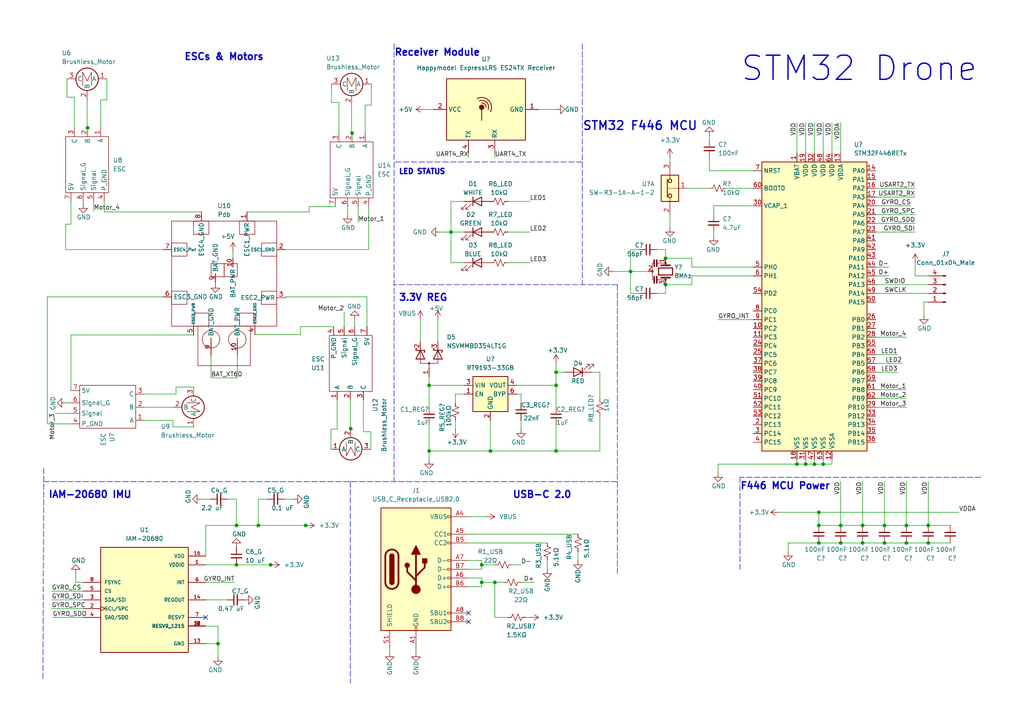
<source format=kicad_sch>
(kicad_sch (version 20211123) (generator eeschema)
  (paper "A4")
  (lib_symbols
    (symbol "Analog_Switch:DG309xJ" (pin_names (offset 0.254))
      (property "Reference" "U" (at -3.175 5.334 0))
      (property "Value" "DG309xJ" (at -3.175 3.556 0))
      (symbol "DG309xJ_1_1"
        (pin input line (at 0 -5.08 90) (length 2.54) (name "~") (number "1"))
        (pin passive line (at -7.62 0 0) (length 2.54) (name "~") (number "2"))
        (pin passive line (at 7.62 0 180) (length 2.54) (name "~") (number "3"))
      )
      (symbol "DG309xJ_2_1"
        (pin passive line (at -7.62 0 0) (length 2.54) (name "~") (number "6"))
        (pin passive line (at 7.62 0 180) (length 2.54) (name "~") (number "7"))
        (pin input line (at 0 -5.08 90) (length 2.54) (name "~") (number "8"))
      )
      (symbol "DG309xJ_3_1"
        (pin passive line (at -7.62 0 0) (length 2.54) (name "~") (number "10"))
        (pin passive line (at 7.62 0 180) (length 2.54) (name "~") (number "11"))
        (pin input line (at 0 -5.08 90) (length 2.54) (name "~") (number "9"))
      )
      (symbol "DG309xJ_4_1"
        (pin passive line (at 7.62 0 180) (length 2.54) (name "~") (number "14"))
        (pin passive line (at -7.62 0 0) (length 2.54) (name "~") (number "15"))
        (pin input line (at 0 -5.08 90) (length 2.54) (name "~") (number "16"))
      )
      (symbol "DG309xJ_5_0"
        (pin no_connect line (at 2.54 10.16 270) (length 2.54) hide (name "NC") (number "12"))
        (pin power_in line (at 0 12.7 270) (length 2.54) (name "V+") (number "13"))
        (pin power_in line (at 2.54 -12.7 90) (length 2.54) (name "V-") (number "4"))
        (pin power_in line (at 0 -12.7 90) (length 2.54) (name "GND") (number "5"))
      )
    )
    (symbol "Connector:Conn_01x04_Male" (pin_names (offset 1.016) hide)
      (property "Reference" "J" (at 0 5.08 0))
      (property "Value" "Conn_01x04_Male" (at 0 -7.62 0))
      (symbol "Conn_01x04_Male_1_1"
        (pin passive line (at 5.08 2.54 180) (length 3.81) (name "Pin_1") (number "1"))
        (pin passive line (at 5.08 0 180) (length 3.81) (name "Pin_2") (number "2"))
        (pin passive line (at 5.08 -2.54 180) (length 3.81) (name "Pin_3") (number "3"))
        (pin passive line (at 5.08 -5.08 180) (length 3.81) (name "Pin_4") (number "4"))
      )
    )
    (symbol "Connector:USB_C_Receptacle_USB2.0" (pin_names (offset 1.016))
      (property "Reference" "J" (at -10.16 19.05 0))
      (property "Value" "USB_C_Receptacle_USB2.0" (at 19.05 19.05 0))
      (symbol "USB_C_Receptacle_USB2.0_1_1"
        (pin passive line (at 0 -22.86 90) (length 5.08) (name "GND") (number "A1"))
        (pin passive line (at 0 -22.86 90) (length 5.08) hide (name "GND") (number "A12"))
        (pin passive line (at 15.24 15.24 180) (length 5.08) (name "VBUS") (number "A4"))
        (pin bidirectional line (at 15.24 10.16 180) (length 5.08) (name "CC1") (number "A5"))
        (pin bidirectional line (at 15.24 -2.54 180) (length 5.08) (name "D+") (number "A6"))
        (pin bidirectional line (at 15.24 2.54 180) (length 5.08) (name "D-") (number "A7"))
        (pin bidirectional line (at 15.24 -12.7 180) (length 5.08) (name "SBU1") (number "A8"))
        (pin passive line (at 15.24 15.24 180) (length 5.08) hide (name "VBUS") (number "A9"))
        (pin passive line (at 0 -22.86 90) (length 5.08) hide (name "GND") (number "B1"))
        (pin passive line (at 0 -22.86 90) (length 5.08) hide (name "GND") (number "B12"))
        (pin passive line (at 15.24 15.24 180) (length 5.08) hide (name "VBUS") (number "B4"))
        (pin bidirectional line (at 15.24 7.62 180) (length 5.08) (name "CC2") (number "B5"))
        (pin bidirectional line (at 15.24 -5.08 180) (length 5.08) (name "D+") (number "B6"))
        (pin bidirectional line (at 15.24 0 180) (length 5.08) (name "D-") (number "B7"))
        (pin bidirectional line (at 15.24 -15.24 180) (length 5.08) (name "SBU2") (number "B8"))
        (pin passive line (at 15.24 15.24 180) (length 5.08) hide (name "VBUS") (number "B9"))
        (pin passive line (at -7.62 -22.86 90) (length 5.08) (name "SHIELD") (number "S1"))
      )
    )
    (symbol "Device:C_Small" (pin_numbers hide) (pin_names (offset 0.254) hide)
      (property "Reference" "C" (at 0.254 1.778 0))
      (property "Value" "C_Small" (at 0.254 -2.032 0))
      (symbol "C_Small_1_1"
        (pin passive line (at 0 2.54 270) (length 2.032) (name "~") (number "1"))
        (pin passive line (at 0 -2.54 90) (length 2.032) (name "~") (number "2"))
      )
    )
    (symbol "Device:D_Schottky_Dual_CommonAnode_AKK_Parallel" (pin_names (offset 0.762) hide)
      (property "Reference" "D" (at 0 5.08 0))
      (property "Value" "D_Schottky_Dual_CommonAnode_AKK_Parallel" (at 0 -5.08 0))
      (symbol "D_Schottky_Dual_CommonAnode_AKK_Parallel_0_1"
        (pin passive line (at -5.08 0 0) (length 2.54) (name "A") (number "1"))
        (pin passive line (at 5.08 2.54 180) (length 2.54) (name "K") (number "2"))
        (pin passive line (at 5.08 -2.54 180) (length 2.54) (name "K") (number "3"))
      )
    )
    (symbol "Device:LED" (pin_numbers hide) (pin_names (offset 1.016) hide)
      (property "Reference" "D" (at 0 2.54 0))
      (property "Value" "LED" (at 0 -2.54 0))
      (symbol "LED_1_1"
        (pin passive line (at -3.81 0 0) (length 2.54) (name "K") (number "1"))
        (pin passive line (at 3.81 0 180) (length 2.54) (name "A") (number "2"))
      )
    )
    (symbol "Device:R_Small_US" (pin_numbers hide) (pin_names (offset 0.254) hide)
      (property "Reference" "R" (at 0.762 0.508 0))
      (property "Value" "R_Small_US" (at 0.762 -1.016 0))
      (symbol "R_Small_US_1_1"
        (pin passive line (at 0 2.54 270) (length 1.016) (name "~") (number "1"))
        (pin passive line (at 0 -2.54 90) (length 1.016) (name "~") (number "2"))
      )
    )
    (symbol "Device:Resonator" (pin_names (offset 1.016) hide)
      (property "Reference" "Y" (at 0 5.715 0))
      (property "Value" "Resonator" (at 0 3.81 0))
      (symbol "Resonator_1_1"
        (pin passive line (at -3.81 0 0) (length 1.27) (name "1") (number "1"))
        (pin passive line (at 0 -5.08 90) (length 1.27) (name "2") (number "2"))
        (pin passive line (at 3.81 0 180) (length 1.27) (name "3") (number "3"))
      )
    )
    (symbol "IAM-20680 V2:IAM-20680" (pin_names (offset 1.016))
      (property "Reference" "U" (at -12.7254 15.9258 0))
      (property "Value" "IAM-20680" (at -12.7508 -17.8308 0))
      (symbol "IAM-20680_0_0"
        (pin power_in line (at 17.78 10.16 180) (length 5.08) (name "VDDIO") (number "1"))
        (pin passive line (at 17.78 -7.62 180) (length 5.08) (name "RESV9_1215") (number "10"))
        (pin passive line (at 17.78 -7.62 180) (length 5.08) (name "RESV9_1215") (number "11"))
        (pin passive line (at 17.78 -7.62 180) (length 5.08) (name "RESV9_1215") (number "12"))
        (pin power_in line (at 17.78 -12.7 180) (length 5.08) (name "GND") (number "13"))
        (pin passive line (at 17.78 0 180) (length 5.08) (name "REGOUT") (number "14"))
        (pin passive line (at 17.78 -7.62 180) (length 5.08) (name "RESV9_1215") (number "15"))
        (pin power_in line (at 17.78 12.7 180) (length 5.08) (name "VDD") (number "16"))
        (pin bidirectional clock (at -17.78 -2.54 0) (length 5.08) (name "SCL/SPC") (number "2"))
        (pin input line (at -17.78 0 0) (length 5.08) (name "SDA/SDI") (number "3"))
        (pin output line (at -17.78 -5.08 0) (length 5.08) (name "SA0/SDO") (number "4"))
        (pin input line (at -17.78 2.54 0) (length 5.08) (name "CS") (number "5"))
        (pin output line (at 17.78 5.08 180) (length 5.08) (name "INT") (number "6"))
        (pin passive line (at 17.78 -5.08 180) (length 5.08) (name "RESV7") (number "7"))
        (pin input line (at -17.78 5.08 0) (length 5.08) (name "FSYNC") (number "8"))
        (pin passive line (at 17.78 -7.62 180) (length 5.08) (name "RESV9_1215") (number "9"))
      )
    )
    (symbol "MCU_ST_STM32F4:STM32F446RETx"
      (property "Reference" "U" (at -15.24 41.91 0))
      (property "Value" "STM32F446RETx" (at 10.16 41.91 0))
      (symbol "STM32F446RETx_1_1"
        (pin power_in line (at -5.08 43.18 270) (length 2.54) (name "VBAT") (number "1"))
        (pin bidirectional line (at -17.78 -7.62 0) (length 2.54) (name "PC2") (number "10"))
        (pin bidirectional line (at -17.78 -10.16 0) (length 2.54) (name "PC3") (number "11"))
        (pin power_in line (at 5.08 -45.72 90) (length 2.54) (name "VSSA") (number "12"))
        (pin power_in line (at 7.62 43.18 270) (length 2.54) (name "VDDA") (number "13"))
        (pin bidirectional line (at 17.78 38.1 180) (length 2.54) (name "PA0") (number "14"))
        (pin bidirectional line (at 17.78 35.56 180) (length 2.54) (name "PA1") (number "15"))
        (pin bidirectional line (at 17.78 33.02 180) (length 2.54) (name "PA2") (number "16"))
        (pin bidirectional line (at 17.78 30.48 180) (length 2.54) (name "PA3") (number "17"))
        (pin power_in line (at -5.08 -45.72 90) (length 2.54) (name "VSS") (number "18"))
        (pin power_in line (at -2.54 43.18 270) (length 2.54) (name "VDD") (number "19"))
        (pin bidirectional line (at -17.78 -35.56 0) (length 2.54) (name "PC13") (number "2"))
        (pin bidirectional line (at 17.78 27.94 180) (length 2.54) (name "PA4") (number "20"))
        (pin bidirectional line (at 17.78 25.4 180) (length 2.54) (name "PA5") (number "21"))
        (pin bidirectional line (at 17.78 22.86 180) (length 2.54) (name "PA6") (number "22"))
        (pin bidirectional line (at 17.78 20.32 180) (length 2.54) (name "PA7") (number "23"))
        (pin bidirectional line (at -17.78 -12.7 0) (length 2.54) (name "PC4") (number "24"))
        (pin bidirectional line (at -17.78 -15.24 0) (length 2.54) (name "PC5") (number "25"))
        (pin bidirectional line (at 17.78 -5.08 180) (length 2.54) (name "PB0") (number "26"))
        (pin bidirectional line (at 17.78 -7.62 180) (length 2.54) (name "PB1") (number "27"))
        (pin bidirectional line (at 17.78 -10.16 180) (length 2.54) (name "PB2") (number "28"))
        (pin bidirectional line (at 17.78 -30.48 180) (length 2.54) (name "PB10") (number "29"))
        (pin bidirectional line (at -17.78 -38.1 0) (length 2.54) (name "PC14") (number "3"))
        (pin power_in line (at -17.78 27.94 0) (length 2.54) (name "VCAP_1") (number "30"))
        (pin power_in line (at -2.54 -45.72 90) (length 2.54) (name "VSS") (number "31"))
        (pin power_in line (at 0 43.18 270) (length 2.54) (name "VDD") (number "32"))
        (pin bidirectional line (at 17.78 -33.02 180) (length 2.54) (name "PB12") (number "33"))
        (pin bidirectional line (at 17.78 -35.56 180) (length 2.54) (name "PB13") (number "34"))
        (pin bidirectional line (at 17.78 -38.1 180) (length 2.54) (name "PB14") (number "35"))
        (pin bidirectional line (at 17.78 -40.64 180) (length 2.54) (name "PB15") (number "36"))
        (pin bidirectional line (at -17.78 -17.78 0) (length 2.54) (name "PC6") (number "37"))
        (pin bidirectional line (at -17.78 -20.32 0) (length 2.54) (name "PC7") (number "38"))
        (pin bidirectional line (at -17.78 -22.86 0) (length 2.54) (name "PC8") (number "39"))
        (pin bidirectional line (at -17.78 -40.64 0) (length 2.54) (name "PC15") (number "4"))
        (pin bidirectional line (at -17.78 -25.4 0) (length 2.54) (name "PC9") (number "40"))
        (pin bidirectional line (at 17.78 17.78 180) (length 2.54) (name "PA8") (number "41"))
        (pin bidirectional line (at 17.78 15.24 180) (length 2.54) (name "PA9") (number "42"))
        (pin bidirectional line (at 17.78 12.7 180) (length 2.54) (name "PA10") (number "43"))
        (pin bidirectional line (at 17.78 10.16 180) (length 2.54) (name "PA11") (number "44"))
        (pin bidirectional line (at 17.78 7.62 180) (length 2.54) (name "PA12") (number "45"))
        (pin bidirectional line (at 17.78 5.08 180) (length 2.54) (name "PA13") (number "46"))
        (pin power_in line (at 0 -45.72 90) (length 2.54) (name "VSS") (number "47"))
        (pin power_in line (at 2.54 43.18 270) (length 2.54) (name "VDD") (number "48"))
        (pin bidirectional line (at 17.78 2.54 180) (length 2.54) (name "PA14") (number "49"))
        (pin input line (at -17.78 10.16 0) (length 2.54) (name "PH0") (number "5"))
        (pin bidirectional line (at 17.78 0 180) (length 2.54) (name "PA15") (number "50"))
        (pin bidirectional line (at -17.78 -27.94 0) (length 2.54) (name "PC10") (number "51"))
        (pin bidirectional line (at -17.78 -30.48 0) (length 2.54) (name "PC11") (number "52"))
        (pin bidirectional line (at -17.78 -33.02 0) (length 2.54) (name "PC12") (number "53"))
        (pin bidirectional line (at -17.78 2.54 0) (length 2.54) (name "PD2") (number "54"))
        (pin bidirectional line (at 17.78 -12.7 180) (length 2.54) (name "PB3") (number "55"))
        (pin bidirectional line (at 17.78 -15.24 180) (length 2.54) (name "PB4") (number "56"))
        (pin bidirectional line (at 17.78 -17.78 180) (length 2.54) (name "PB5") (number "57"))
        (pin bidirectional line (at 17.78 -20.32 180) (length 2.54) (name "PB6") (number "58"))
        (pin bidirectional line (at 17.78 -22.86 180) (length 2.54) (name "PB7") (number "59"))
        (pin input line (at -17.78 7.62 0) (length 2.54) (name "PH1") (number "6"))
        (pin input line (at -17.78 33.02 0) (length 2.54) (name "BOOT0") (number "60"))
        (pin bidirectional line (at 17.78 -25.4 180) (length 2.54) (name "PB8") (number "61"))
        (pin bidirectional line (at 17.78 -27.94 180) (length 2.54) (name "PB9") (number "62"))
        (pin power_in line (at 2.54 -45.72 90) (length 2.54) (name "VSS") (number "63"))
        (pin power_in line (at 5.08 43.18 270) (length 2.54) (name "VDD") (number "64"))
        (pin input line (at -17.78 38.1 0) (length 2.54) (name "NRST") (number "7"))
        (pin bidirectional line (at -17.78 -2.54 0) (length 2.54) (name "PC0") (number "8"))
        (pin bidirectional line (at -17.78 -5.08 0) (length 2.54) (name "PC1") (number "9"))
      )
    )
    (symbol "Motor:Brushless_Motor"
      (property "Reference" "U" (at 0 1.27 0))
      (property "Value" "Brushless_Motor" (at 0 0 0))
      (symbol "Brushless_Motor_1_1"
        (pin output line (at 5.715 -4.445 180) (length 2.54) (name "A") (number "1"))
        (pin output line (at 0 -10.414 90) (length 2.54) (name "B") (number "2"))
        (pin output line (at -5.842 -4.445 0) (length 2.54) (name "C") (number "3"))
      )
    )
    (symbol "Motor:ESC"
      (property "Reference" "U" (at 0 1.524 0))
      (property "Value" "ESC" (at 0 0 0))
      (symbol "ESC_1_1"
        (pin input line (at -10.16 -3.556 0) (length 2.54) (name "A") (number "1"))
        (pin input line (at -10.16 -7.366 0) (length 2.54) (name "B") (number "2"))
        (pin input line (at -10.16 -11.176 0) (length 2.54) (name "C") (number "3"))
        (pin output line (at 11.176 -2.54 180) (length 2.54) (name "P_GND") (number "4"))
        (pin output line (at 11.176 -5.588 180) (length 2.54) (name "Signal") (number "5"))
        (pin output line (at 11.176 -8.636 180) (length 2.54) (name "Signal_G") (number "6"))
        (pin output line (at 11.176 -12.192 180) (length 2.54) (name "5V") (number "7"))
      )
    )
    (symbol "Motor:Pdb"
      (property "Reference" "U" (at 0 1.778 0))
      (property "Value" "Pdb" (at 0 0 0))
      (symbol "Pdb_1_1"
        (pin input line (at 6.604 0.762 270) (length 2.54) (name "ESC1_PWR") (number "1"))
        (pin input line (at 2.54 -12.7 270) (length 2.54) (name "BAT_PWR") (number "10"))
        (pin input line (at 3.81 -40.894 90) (length 5.08) (name "BAT_PWR") (number "10"))
        (pin input line (at 17.78 -10.16 180) (length 2.54) (name "ESC1_GND") (number "2"))
        (pin input line (at 17.78 -24.13 180) (length 2.54) (name "ESC2_PWR") (number "3"))
        (pin input line (at 8.89 -34.798 90) (length 2.54) (name "ESC2_GND") (number "4"))
        (pin input line (at -8.89 -34.925 90) (length 2.54) (name "ESC3_PWR") (number "5"))
        (pin input line (at -17.78 -23.876 0) (length 2.54) (name "ESC3_GND") (number "6"))
        (pin input line (at -17.78 -10.16 0) (length 2.54) (name "ESC4_Pwr") (number "7"))
        (pin input line (at -6.604 0.762 270) (length 2.54) (name "ESC4_GND") (number "8"))
        (pin input line (at -3.81 -40.894 90) (length 5.08) (name "BAT_GND") (number "9"))
        (pin input line (at -2.54 -19.685 90) (length 2.54) (name "BAT_GND") (number "9"))
      )
    )
    (symbol "RF:Receiver"
      (property "Reference" "U" (at 0 1.27 0))
      (property "Value" "Receiver" (at 0 0 0))
      (symbol "Receiver_1_1"
        (pin power_in line (at 0 -31.75 90) (length 3.81) (name "GND") (number "1"))
        (pin power_in line (at 0 -1.27 270) (length 3.81) (name "VCC") (number "2"))
        (pin input line (at -12.7 -19.05 0) (length 3.81) (name "RX") (number "3"))
        (pin input line (at -12.7 -11.43 0) (length 3.81) (name "TX") (number "4"))
      )
    )
    (symbol "Regulator_Linear:MIC5353-3.3YMT"
      (property "Reference" "U" (at -3.81 6.35 0))
      (property "Value" "MIC5353-3.3YMT" (at 8.89 6.35 0))
      (symbol "MIC5353-3.3YMT_0_1"
        (pin input line (at -7.62 0 0) (length 2.54) (name "EN") (number "1"))
        (pin power_in line (at 0 -7.62 90) (length 2.54) (name "GND") (number "2"))
        (pin power_in line (at -7.62 2.54 0) (length 2.54) (name "VIN") (number "3"))
        (pin power_out line (at 7.62 2.54 180) (length 2.54) (name "VOUT") (number "4"))
        (pin no_connect line (at 5.08 -2.54 180) (length 2.54) hide (name "NC") (number "5"))
        (pin passive line (at 7.62 0 180) (length 2.54) (name "BYP") (number "6"))
        (pin passive line (at 0 -7.62 90) (length 2.54) hide (name "GND") (number "7"))
      )
    )
    (symbol "power:+3.3V" (power) (pin_names (offset 0))
      (property "Value" "+3.3V" (at 0 3.556 0))
      (symbol "+3.3V_1_1"
        (pin power_in line (at 0 0 90) (length 0) hide (name "+3.3V") (number "1"))
      )
    )
    (symbol "power:+5V" (power) (pin_names (offset 0))
      (property "Value" "+5V" (at 0 3.556 0))
      (symbol "+5V_1_1"
        (pin power_in line (at 0 0 90) (length 0) hide (name "+5V") (number "1"))
      )
    )
    (symbol "power:GND" (power) (pin_names (offset 0))
      (property "Value" "GND" (at 0 -3.81 0))
      (symbol "GND_1_1"
        (pin power_in line (at 0 0 270) (length 0) hide (name "GND") (number "1"))
      )
    )
    (symbol "power:VBUS" (power) (pin_names (offset 0))
      (property "Value" "VBUS" (at 0 3.81 0))
      (symbol "VBUS_1_1"
        (pin power_in line (at 0 0 90) (length 0) hide (name "VBUS") (number "1"))
      )
    )
  )
  (junction (at 262.89 152.4))
  (junction (at 68.58 152.4))
  (junction (at 25.4 37.084))
  (junction (at 256.54 157.48))
  (junction (at 236.22 134.62))
  (junction (at 256.54 152.4))
  (junction (at 237.49 157.48))
  (junction (at 124.46 111.76))
  (junction (at 243.84 152.4))
  (junction (at 238.76 134.62))
  (junction (at 231.14 134.62))
  (junction (at 142.24 130.81))
  (junction (at 139.7 163.83))
  (junction (at 250.19 152.4))
  (junction (at 139.7 168.91))
  (junction (at 193.04 82.55))
  (junction (at 88.646 152.4))
  (junction (at 161.29 130.81))
  (junction (at 101.727 124.333))
  (junction (at 182.88 78.74))
  (junction (at 143.51 168.91))
  (junction (at 243.84 157.48))
  (junction (at 250.19 157.48))
  (junction (at 161.29 107.95))
  (junction (at 262.89 157.48))
  (junction (at 233.68 134.62))
  (junction (at 237.49 148.59))
  (junction (at 78.486 163.83))
  (junction (at 193.04 74.93))
  (junction (at 161.29 111.76))
  (junction (at 102.108 38.608))
  (junction (at 124.46 130.81))
  (junction (at 63.246 186.69))
  (junction (at 237.49 152.4))
  (junction (at 68.58 163.83))
  (junction (at 269.24 157.48))
  (junction (at 269.24 152.4))
  (junction (at 130.81 67.31))
  (junction (at 74.93 152.4))
  (no_connect (at 59.69 179.07))
  (no_connect (at 135.89 177.8))
  (no_connect (at 135.89 180.34))
  (wire (pts (xy 19.05 72.39) (xy 47.244 72.39)))
  (wire (pts (xy 127.635 67.31) (xy 130.81 67.31)))
  (wire (pts (xy 265.43 64.77) (xy 254 64.77)))
  (wire (pts (xy 14.986 171.45) (xy 24.13 171.45)))
  (wire (pts (xy 41.91 114.3) (xy 51.054 114.3)))
  (wire (pts (xy 185.42 72.39) (xy 182.88 72.39)))
  (wire (pts (xy 50.165 118.11) (xy 41.91 118.11)))
  (wire (pts (xy 200.66 80.01) (xy 218.44 80.01)))
  (wire (pts (xy 89.662 59.944) (xy 97.282 59.944)))
  (wire (pts (xy 208.28 134.62) (xy 231.14 134.62)))
  (wire (pts (xy 182.88 85.09) (xy 182.88 78.74)))
  (wire (pts (xy 237.49 157.48) (xy 228.6 157.48)))
  (wire (pts (xy 243.84 139.7) (xy 243.84 152.4)))
  (wire (pts (xy 68.072 168.91) (xy 59.69 168.91)))
  (wire (pts (xy 250.19 152.4) (xy 256.54 152.4)))
  (wire (pts (xy 269.24 152.4) (xy 275.59 152.4)))
  (wire (pts (xy 241.3 134.62) (xy 241.3 133.35)))
  (wire (pts (xy 77.47 144.78) (xy 74.93 144.78)))
  (wire (pts (xy 89.662 61.468) (xy 71.628 61.468)))
  (wire (pts (xy 59.69 161.29) (xy 59.69 152.4)))
  (wire (pts (xy 177.8 78.74) (xy 182.88 78.74)))
  (wire (pts (xy 51.054 114.3) (xy 51.054 112.268)))
  (wire (pts (xy 82.804 86.36) (xy 82.804 86.106)))
  (wire (pts (xy 142.24 121.92) (xy 142.24 130.81)))
  (wire (pts (xy 30.988 28.956) (xy 30.988 22.86)))
  (wire (pts (xy 200.66 77.47) (xy 218.44 77.47)))
  (wire (pts (xy 265.43 67.31) (xy 254 67.31)))
  (wire (pts (xy 68.58 152.4) (xy 74.93 152.4)))
  (wire (pts (xy 68.834 103.124) (xy 68.834 109.601)))
  (wire (pts (xy 233.68 134.62) (xy 233.68 133.35)))
  (wire (pts (xy 66.04 144.78) (xy 68.58 144.78)))
  (wire (pts (xy 21.59 28.194) (xy 19.431 28.194)))
  (wire (pts (xy 182.88 78.74) (xy 187.96 78.74)))
  (wire (pts (xy 59.69 181.61) (xy 63.246 181.61)))
  (wire (pts (xy 193.04 82.55) (xy 193.04 85.09)))
  (wire (pts (xy 107.696 30.48) (xy 107.696 24.384)))
  (wire (pts (xy 161.29 123.19) (xy 161.29 130.81)))
  (polyline (pts (xy 101.6 139.7) (xy 101.6 198.12)))
  (wire (pts (xy 267.97 87.63) (xy 267.97 91.44)))
  (wire (pts (xy 15.24 179.07) (xy 24.13 179.07)))
  (wire (pts (xy 13.716 86.106) (xy 47.244 86.106)))
  (wire (pts (xy 254 82.55) (xy 269.24 82.55)))
  (wire (pts (xy 134.62 76.2) (xy 130.81 76.2)))
  (wire (pts (xy 199.39 54.61) (xy 205.74 54.61)))
  (wire (pts (xy 193.04 74.93) (xy 193.04 72.39)))
  (polyline (pts (xy 179.07 82.55) (xy 179.07 166.37)))
  (wire (pts (xy 124.46 109.22) (xy 124.46 111.76)))
  (wire (pts (xy 147.32 76.2) (xy 153.67 76.2)))
  (wire (pts (xy 151.13 121.92) (xy 151.13 124.46)))
  (wire (pts (xy 200.66 74.93) (xy 200.66 77.47)))
  (wire (pts (xy 243.84 35.56) (xy 243.84 44.45)))
  (wire (pts (xy 67.564 72.898) (xy 67.564 74.93)))
  (wire (pts (xy 130.81 58.42) (xy 130.81 67.31)))
  (wire (pts (xy 265.43 62.23) (xy 254 62.23)))
  (wire (pts (xy 158.75 165.1) (xy 158.75 162.56)))
  (wire (pts (xy 231.14 134.62) (xy 231.14 133.35)))
  (wire (pts (xy 205.74 49.53) (xy 205.74 45.72)))
  (wire (pts (xy 106.934 59.944) (xy 106.934 72.39)))
  (wire (pts (xy 14.986 176.53) (xy 24.13 176.53)))
  (wire (pts (xy 73.914 97.028) (xy 87.122 97.028)))
  (wire (pts (xy 124.46 111.76) (xy 124.46 118.11)))
  (wire (pts (xy 106.426 94.742) (xy 106.426 86.106)))
  (wire (pts (xy 257.81 80.01) (xy 254 80.01)))
  (wire (pts (xy 269.24 157.48) (xy 275.59 157.48)))
  (wire (pts (xy 124.46 111.76) (xy 134.62 111.76)))
  (wire (pts (xy 161.29 105.41) (xy 161.29 107.95)))
  (wire (pts (xy 20.574 116.84) (xy 19.177 116.84)))
  (wire (pts (xy 193.04 72.39) (xy 190.5 72.39)))
  (wire (pts (xy 151.13 163.83) (xy 148.59 163.83)))
  (wire (pts (xy 207.01 67.31) (xy 207.01 68.58)))
  (wire (pts (xy 20.574 97.155) (xy 20.574 113.284)))
  (wire (pts (xy 254 105.41) (xy 261.62 105.41)))
  (wire (pts (xy 238.76 134.62) (xy 236.22 134.62)))
  (wire (pts (xy 19.05 65.024) (xy 19.05 72.39)))
  (wire (pts (xy 205.74 40.64) (xy 205.74 39.37)))
  (polyline (pts (xy 114.3 12.7) (xy 114.3 139.7)))
  (wire (pts (xy 250.19 139.7) (xy 250.19 152.4)))
  (wire (pts (xy 269.24 139.7) (xy 269.24 152.4)))
  (wire (pts (xy 147.32 67.31) (xy 153.67 67.31)))
  (wire (pts (xy 149.86 111.76) (xy 161.29 111.76)))
  (wire (pts (xy 161.29 111.76) (xy 161.29 118.11)))
  (wire (pts (xy 127 92.71) (xy 127 99.06)))
  (wire (pts (xy 96.139 24.384) (xy 96.139 29.718)))
  (wire (pts (xy 139.7 162.56) (xy 135.89 162.56)))
  (wire (pts (xy 63.246 181.61) (xy 63.246 186.69)))
  (wire (pts (xy 51.054 112.268) (xy 56.134 112.268)))
  (wire (pts (xy 58.42 144.78) (xy 60.96 144.78)))
  (wire (pts (xy 241.3 134.62) (xy 238.76 134.62)))
  (wire (pts (xy 139.7 165.1) (xy 139.7 163.83)))
  (wire (pts (xy 161.29 107.95) (xy 161.29 111.76)))
  (wire (pts (xy 265.43 80.01) (xy 269.24 80.01)))
  (wire (pts (xy 63.246 186.69) (xy 59.69 186.69)))
  (wire (pts (xy 29.21 28.956) (xy 30.988 28.956)))
  (wire (pts (xy 236.22 134.62) (xy 236.22 133.35)))
  (wire (pts (xy 231.14 35.56) (xy 231.14 44.45)))
  (wire (pts (xy 13.716 122.936) (xy 20.574 122.936)))
  (wire (pts (xy 262.89 157.48) (xy 269.24 157.48)))
  (wire (pts (xy 101.981 30.353) (xy 101.981 38.608)))
  (wire (pts (xy 151.13 168.91) (xy 154.94 168.91)))
  (wire (pts (xy 237.49 148.59) (xy 278.13 148.59)))
  (wire (pts (xy 132.08 121.92) (xy 132.08 124.46)))
  (wire (pts (xy 135.89 157.48) (xy 158.75 157.48)))
  (wire (pts (xy 113.03 187.96) (xy 113.03 189.23)))
  (wire (pts (xy 29.21 28.956) (xy 29.21 37.084)))
  (polyline (pts (xy 214.63 138.43) (xy 214.63 165.1)))
  (wire (pts (xy 134.62 58.42) (xy 130.81 58.42)))
  (wire (pts (xy 50.165 121.92) (xy 50.165 123.825)))
  (wire (pts (xy 237.49 148.59) (xy 237.49 152.4)))
  (wire (pts (xy 149.86 114.3) (xy 151.13 114.3)))
  (wire (pts (xy 20.574 58.42) (xy 20.574 65.024)))
  (wire (pts (xy 257.81 77.47) (xy 254 77.47)))
  (wire (pts (xy 78.486 163.83) (xy 78.74 163.83)))
  (wire (pts (xy 103.886 59.944) (xy 103.886 64.516)))
  (wire (pts (xy 151.13 114.3) (xy 151.13 116.84)))
  (polyline (pts (xy 179.07 82.55) (xy 114.3 82.55)))
  (wire (pts (xy 124.46 123.19) (xy 124.46 130.81)))
  (wire (pts (xy 210.82 54.61) (xy 218.44 54.61)))
  (wire (pts (xy 193.04 85.09) (xy 190.5 85.09)))
  (wire (pts (xy 125.73 31.75) (xy 123.19 31.75)))
  (wire (pts (xy 153.67 179.07) (xy 152.4 179.07)))
  (wire (pts (xy 63.246 186.69) (xy 63.246 190.5)))
  (wire (pts (xy 146.05 168.91) (xy 143.51 168.91)))
  (wire (pts (xy 61.214 103.124) (xy 61.214 109.601)))
  (wire (pts (xy 105.41 125.222) (xy 107.569 125.222)))
  (wire (pts (xy 185.42 85.09) (xy 182.88 85.09)))
  (wire (pts (xy 233.68 35.56) (xy 233.68 44.45)))
  (wire (pts (xy 143.51 45.72) (xy 143.51 44.45)))
  (wire (pts (xy 236.22 35.56) (xy 236.22 44.45)))
  (wire (pts (xy 262.89 139.7) (xy 262.89 152.4)))
  (wire (pts (xy 238.76 134.62) (xy 238.76 133.35)))
  (wire (pts (xy 139.7 163.83) (xy 143.51 163.83)))
  (wire (pts (xy 173.99 120.65) (xy 173.99 130.81)))
  (wire (pts (xy 105.918 30.48) (xy 105.918 38.608)))
  (wire (pts (xy 20.574 65.024) (xy 19.05 65.024)))
  (wire (pts (xy 82.804 72.39) (xy 106.934 72.39)))
  (wire (pts (xy 194.31 62.23) (xy 194.31 66.04)))
  (wire (pts (xy 173.99 107.95) (xy 173.99 115.57)))
  (wire (pts (xy 236.22 134.62) (xy 233.68 134.62)))
  (wire (pts (xy 85.09 144.78) (xy 82.55 144.78)))
  (wire (pts (xy 89.662 59.944) (xy 89.662 61.468)))
  (wire (pts (xy 135.89 170.18) (xy 139.7 170.18)))
  (wire (pts (xy 21.59 37.084) (xy 21.59 28.194)))
  (wire (pts (xy 254 118.11) (xy 262.89 118.11)))
  (wire (pts (xy 24.13 58.42) (xy 24.13 59.182)))
  (wire (pts (xy 143.51 168.91) (xy 143.51 179.07)))
  (wire (pts (xy 82.804 86.106) (xy 106.426 86.106)))
  (wire (pts (xy 182.88 72.39) (xy 182.88 78.74)))
  (wire (pts (xy 97.79 124.46) (xy 96.012 124.46)))
  (polyline (pts (xy 12.7 139.7) (xy 179.07 139.7)))
  (wire (pts (xy 143.51 179.07) (xy 147.32 179.07)))
  (wire (pts (xy 59.69 173.99) (xy 65.786 173.99)))
  (wire (pts (xy 269.24 87.63) (xy 267.97 87.63)))
  (wire (pts (xy 68.58 144.78) (xy 68.58 152.4)))
  (wire (pts (xy 56.134 97.155) (xy 20.574 97.155)))
  (wire (pts (xy 226.06 148.59) (xy 237.49 148.59)))
  (wire (pts (xy 135.89 165.1) (xy 139.7 165.1)))
  (wire (pts (xy 120.65 187.96) (xy 120.65 189.23)))
  (wire (pts (xy 254 97.79) (xy 262.89 97.79)))
  (wire (pts (xy 193.04 74.93) (xy 200.66 74.93)))
  (polyline (pts (xy 12.446 196.85) (xy 12.7 135.89)))
  (wire (pts (xy 161.29 130.81) (xy 142.24 130.81)))
  (wire (pts (xy 50.165 123.825) (xy 56.134 123.825)))
  (wire (pts (xy 20.574 119.888) (xy 16.129 119.888)))
  (wire (pts (xy 241.3 35.56) (xy 241.3 44.45)))
  (wire (pts (xy 59.69 163.83) (xy 68.58 163.83)))
  (wire (pts (xy 156.21 31.75) (xy 161.29 31.75)))
  (polyline (pts (xy 284.48 138.43) (xy 214.63 138.43)))
  (wire (pts (xy 25.4 37.084) (xy 25.273 37.084)))
  (wire (pts (xy 30.226 58.42) (xy 30.226 61.468)))
  (wire (pts (xy 260.35 107.95) (xy 254 107.95)))
  (wire (pts (xy 61.214 109.601) (xy 68.834 109.601)))
  (wire (pts (xy 100.838 59.944) (xy 100.838 62.23)))
  (wire (pts (xy 228.6 157.48) (xy 228.6 160.02)))
  (wire (pts (xy 256.54 152.4) (xy 262.89 152.4)))
  (wire (pts (xy 193.04 82.55) (xy 200.66 82.55)))
  (wire (pts (xy 254 115.57) (xy 262.89 115.57)))
  (wire (pts (xy 256.54 157.48) (xy 262.89 157.48)))
  (wire (pts (xy 218.44 49.53) (xy 205.74 49.53)))
  (wire (pts (xy 87.122 94.742) (xy 87.122 97.028)))
  (wire (pts (xy 233.68 134.62) (xy 231.14 134.62)))
  (wire (pts (xy 139.7 163.83) (xy 139.7 162.56)))
  (wire (pts (xy 260.35 102.87) (xy 254 102.87)))
  (wire (pts (xy 238.76 35.56) (xy 238.76 44.45)))
  (wire (pts (xy 105.918 30.48) (xy 107.696 30.48)))
  (wire (pts (xy 99.822 94.742) (xy 99.822 90.424)))
  (wire (pts (xy 101.6 124.333) (xy 101.6 116.078)))
  (wire (pts (xy 139.7 167.64) (xy 135.89 167.64)))
  (wire (pts (xy 194.31 46.99) (xy 194.31 45.72)))
  (wire (pts (xy 254 85.09) (xy 269.24 85.09)))
  (wire (pts (xy 135.89 149.86) (xy 140.97 149.86)))
  (wire (pts (xy 139.7 170.18) (xy 139.7 168.91)))
  (wire (pts (xy 132.08 114.3) (xy 132.08 116.84)))
  (wire (pts (xy 59.69 152.4) (xy 68.58 152.4)))
  (wire (pts (xy 107.569 125.222) (xy 107.569 130.302)))
  (wire (pts (xy 143.51 168.91) (xy 139.7 168.91)))
  (wire (pts (xy 200.66 82.55) (xy 200.66 80.01)))
  (wire (pts (xy 254 113.03) (xy 262.89 113.03)))
  (wire (pts (xy 96.139 29.718) (xy 98.298 29.718)))
  (wire (pts (xy 62.484 82.296) (xy 62.484 81.915)))
  (wire (pts (xy 13.716 122.936) (xy 13.716 86.106)))
  (wire (pts (xy 97.79 124.46) (xy 97.79 116.078)))
  (wire (pts (xy 147.32 58.42) (xy 153.67 58.42)))
  (wire (pts (xy 27.178 58.42) (xy 27.178 61.214)))
  (wire (pts (xy 207.01 59.69) (xy 207.01 62.23)))
  (wire (pts (xy 105.41 116.078) (xy 105.41 125.222)))
  (wire (pts (xy 132.08 114.3) (xy 134.62 114.3)))
  (wire (pts (xy 139.7 168.91) (xy 139.7 167.64)))
  (wire (pts (xy 101.727 124.333) (xy 101.6 124.333)))
  (wire (pts (xy 254 57.15) (xy 265.43 57.15)))
  (wire (pts (xy 25.273 37.084) (xy 25.273 28.829)))
  (wire (pts (xy 74.93 152.4) (xy 88.646 152.4)))
  (wire (pts (xy 98.298 38.608) (xy 98.298 29.718)))
  (wire (pts (xy 243.84 157.48) (xy 250.19 157.48)))
  (wire (pts (xy 262.89 152.4) (xy 269.24 152.4)))
  (wire (pts (xy 208.28 134.62) (xy 208.28 137.16)))
  (wire (pts (xy 167.64 160.02) (xy 167.64 162.56)))
  (wire (pts (xy 265.43 76.2) (xy 265.43 80.01)))
  (wire (pts (xy 50.165 121.92) (xy 41.91 121.92)))
  (polyline (pts (xy 168.91 12.7) (xy 168.91 82.55)))
  (wire (pts (xy 19.431 28.194) (xy 19.431 22.86)))
  (wire (pts (xy 121.92 92.71) (xy 121.92 99.06)))
  (wire (pts (xy 256.54 139.7) (xy 256.54 152.4)))
  (wire (pts (xy 237.49 152.4) (xy 243.84 152.4)))
  (wire (pts (xy 21.971 168.91) (xy 24.13 168.91)))
  (wire (pts (xy 237.49 157.48) (xy 243.84 157.48)))
  (wire (pts (xy 130.81 76.2) (xy 130.81 67.31)))
  (wire (pts (xy 135.89 45.72) (xy 135.89 44.45)))
  (wire (pts (xy 30.226 61.468) (xy 58.42 61.468)))
  (wire (pts (xy 124.46 130.81) (xy 142.24 130.81)))
  (wire (pts (xy 101.981 38.608) (xy 102.108 38.608)))
  (wire (pts (xy 173.99 130.81) (xy 161.29 130.81)))
  (polyline (pts (xy 168.91 46.99) (xy 114.3 46.99)))
  (wire (pts (xy 14.986 173.99) (xy 24.13 173.99)))
  (wire (pts (xy 74.93 144.78) (xy 74.93 152.4)))
  (wire (pts (xy 102.87 94.742) (xy 102.87 92.71)))
  (wire (pts (xy 218.44 59.69) (xy 207.01 59.69)))
  (wire (pts (xy 88.646 152.4) (xy 88.9 152.4)))
  (wire (pts (xy 264.16 59.69) (xy 254 59.69)))
  (wire (pts (xy 161.29 107.95) (xy 163.83 107.95)))
  (wire (pts (xy 250.19 157.48) (xy 256.54 157.48)))
  (wire (pts (xy 68.58 163.83) (xy 78.486 163.83)))
  (wire (pts (xy 96.774 94.742) (xy 87.122 94.742)))
  (wire (pts (xy 96.012 124.46) (xy 96.012 130.302)))
  (wire (pts (xy 124.46 133.35) (xy 124.46 130.81)))
  (wire (pts (xy 254 54.61) (xy 265.43 54.61)))
  (wire (pts (xy 130.81 67.31) (xy 134.62 67.31)))
  (wire (pts (xy 21.971 166.37) (xy 21.971 168.91)))
  (wire (pts (xy 171.45 107.95) (xy 173.99 107.95)))
  (wire (pts (xy 243.84 152.4) (xy 250.19 152.4)))
  (wire (pts (xy 208.28 92.71) (xy 218.44 92.71)))
  (wire (pts (xy 135.89 154.94) (xy 167.64 154.94)))
  (text "IAM-20680 IMU\n" (at 13.97 144.78 0) (effects (font (size 2 2) (thickness 0.4) bold) (justify left bottom)))
  (text "Receiver Module\n" (at 114.3 16.51 0) (effects (font (size 2 2) (thickness 0.4) bold) (justify left bottom)))
  (text "USB-C 2.0\n" (at 148.59 144.78 0) (effects (font (size 2 2) (thickness 0.4) bold) (justify left bottom)))
  (text "3.3V REG\n" (at 115.57 87.63 0) (effects (font (size 2 2) (thickness 0.4) bold) (justify left bottom)))
  (text "STM32 Drone\n" (at 214.63 24.13 0) (effects (font (size 7 7) (thickness 0.4) bold) (justify left bottom)))
  (text "ESCs & Motors\n" (at 53.34 17.78 0) (effects (font (size 2 2) (thickness 0.4) bold) (justify left bottom)))
  (text "STM32 F446 MCU\n" (at 168.91 38.1 0) (effects (font (size 2.5 2.5) (thickness 0.4) bold) (justify left bottom)))
  (text "F446 MCU Power" (at 214.63 142.24 0) (effects (font (size 2 2) (thickness 0.4) bold) (justify left bottom)))
  (text "LED STATUS\n" (at 115.57 50.8 0) (effects (font (size 1.5 1.5) (thickness 0.4) bold) (justify left bottom)))
  (label "GYRO_SDI" (at 14.986 173.99 0))
  (label "GYRO_INT" (at 68.072 168.91 180))
  (label "SWDIO" (at 256.54 82.55 0))
  (label "Motor_3" (at 262.89 118.11 180))
  (label "D-" (at 257.81 77.47 180))
  (label "VDD" (at 236.22 35.56 270))
  (label "VDD" (at 262.89 139.7 270))
  (label "LED3" (at 260.35 107.95 180))
  (label "GYRO_SDI" (at 265.43 67.31 180))
  (label "USART2_TX" (at 265.43 54.61 180))
  (label "GYRO_SDO" (at 15.24 179.07 0))
  (label "VDD" (at 241.3 35.56 270))
  (label "GYRO_CS" (at 14.986 171.45 0))
  (label "LED3" (at 153.67 76.2 0))
  (label "GYRO_CS" (at 264.16 59.69 180))
  (label "Motor_2" (at 99.822 90.424 180))
  (label "GYRO_INT" (at 208.28 92.71 0))
  (label "VDD" (at 231.14 35.56 270))
  (label "LED1" (at 260.35 102.87 180))
  (label "Motor_3" (at 16.129 119.888 270))
  (label "Motor_4" (at 27.178 61.214 0))
  (label "D+" (at 154.94 168.91 180))
  (label "GYRO_SPC" (at 14.986 176.53 0))
  (label "VDD" (at 238.76 35.56 270))
  (label "D-" (at 151.13 163.83 0))
  (label "VDDA" (at 278.13 148.59 0))
  (label "D+" (at 257.81 80.01 180))
  (label "LED1" (at 153.67 58.42 0))
  (label "Motor_2" (at 262.89 115.57 180))
  (label "VDD" (at 243.84 139.7 270))
  (label "USART2_RX" (at 265.43 57.15 180))
  (label "SWCLK" (at 256.54 85.09 0))
  (label "UART4_RX" (at 135.89 45.72 180))
  (label "LED2" (at 261.62 105.41 180))
  (label "VDD" (at 269.24 139.7 270))
  (label "GYRO_SDO" (at 265.43 64.77 180))
  (label "BAT_XT60" (at 61.214 109.601 0))
  (label "UART4_TX" (at 143.51 45.72 0))
  (label "LED2" (at 153.67 67.31 0))
  (label "VDD" (at 250.19 139.7 270))
  (label "Motor_1" (at 262.89 113.03 180))
  (label "GYRO_SPC" (at 265.43 62.23 180))
  (label "VDD" (at 256.54 139.7 270))
  (label "Motor_4" (at 262.89 97.79 180))
  (label "VDDA" (at 243.84 35.56 270))
  (label "VDD" (at 233.68 35.56 270))
  (label "Motor_1" (at 103.886 64.516 0))
  (symbol (lib_id "power:+3.3V") (at 132.08 124.46 180) (unit 1)
    (property "Reference" "#PWR?" (effects hide))
    (property "Value" "+3.3V" (at 129.54 128.27 0) (effects (justify right)))
  )
  (symbol (lib_id "Connector:USB_C_Receptacle_USB2.0") (at 120.65 165.1 0) (unit 1)
    (property "Reference" "J1" (at 120.65 142.24 0))
    (property "Value" "USB_C_Receptacle_USB2.0" (at 120.65 144.78 0))
    (property "Datasheet" "https://www.usb.org/sites/default/files/documents/usb_type-c.zip" (effects hide))
  )
  (symbol (lib_id "power:VBUS") (at 140.97 149.86 270) (unit 1)
    (property "Reference" "#PWR?" (effects hide))
    (property "Value" "VBUS" (at 144.78 149.8599 90) (effects (justify left)))
  )
  (symbol (lib_id "Motor:Brushless_Motor") (at 101.727 134.747 180) (unit 1)
    (property "Reference" "U12" (at 108.839 115.443 90) (effects (justify left)))
    (property "Value" "Brushless_Motor" (at 111.379 115.443 90) (effects (justify left)))
  )
  (symbol (lib_id "Device:R_Small_US") (at 146.05 163.83 90) (unit 1)
    (property "Reference" "R1_USB" (at 142.24 160.02 90))
    (property "Value" "22Ω" (at 142.24 162.56 90))
  )
  (symbol (lib_id "power:GND") (at 70.866 173.99 90) (unit 1)
    (property "Reference" "#PWR0105" (effects hide))
    (property "Value" "GND" (at 74.676 172.72 0) (effects (justify right)))
  )
  (symbol (lib_id "power:GND") (at 19.177 116.84 270) (unit 1)
    (property "Reference" "#PWR0108" (effects hide))
    (property "Value" "GND" (at 15.367 114.935 0) (effects (justify left)))
  )
  (symbol (lib_id "Device:C_Small") (at 124.46 120.65 180) (unit 1)
    (property "Reference" "C1_REG?" (at 124.46 118.745 0) (effects (justify left)))
    (property "Value" "1uF" (at 124.46 122.555 0) (effects (justify left)))
  )
  (symbol (lib_id "Device:R_Small_US") (at 173.99 118.11 180) (unit 1)
    (property "Reference" "R8_LED?" (at 171.45 114.3 90) (effects (justify left)))
    (property "Value" "1kΩ" (at 175.895 115.57 90) (effects (justify left)))
  )
  (symbol (lib_id "power:+3.3V") (at 194.31 45.72 0) (unit 1)
    (property "Reference" "#PWR?" (effects hide))
    (property "Value" "+3.3V" (at 194.31 40.64 0))
  )
  (symbol (lib_id "power:+3.3V") (at 226.06 148.59 90) (unit 1)
    (property "Reference" "#PWR?" (effects hide))
    (property "Value" "+3.3V" (at 217.17 148.59 90) (effects (justify right)))
  )
  (symbol (lib_id "Device:R_Small_US") (at 132.08 119.38 180) (unit 1)
    (property "Reference" "R5_REG?" (at 128.27 116.84 90) (effects (justify left)))
    (property "Value" "100kΩ" (at 130.175 117.475 90) (effects (justify left)))
  )
  (symbol (lib_id "Device:C_Small") (at 275.59 154.94 180) (unit 1)
    (property "Reference" "C?" (at 277.495 161.925 0) (effects (justify left)))
    (property "Value" "100nF" (at 277.495 159.385 0) (effects (justify left)))
  )
  (symbol (lib_id "Device:C_Small") (at 205.74 43.18 0) (unit 1)
    (property "Reference" "C?" (at 208.28 41.91 0) (effects (justify left)))
    (property "Value" "100nF" (at 208.28 44.45 0) (effects (justify left)))
  )
  (symbol (lib_id "Device:C_Small") (at 262.89 154.94 180) (unit 1)
    (property "Reference" "C?" (at 264.795 161.925 0) (effects (justify left)))
    (property "Value" "100nF" (at 264.795 159.385 0) (effects (justify left)))
  )
  (symbol (lib_id "power:VBUS") (at 121.92 92.71 0) (unit 1)
    (property "Reference" "#PWR?" (effects hide))
    (property "Value" "VBUS" (at 115.57 90.17 0) (effects (justify left top)))
  )
  (symbol (lib_id "power:GND") (at 161.29 31.75 90) (unit 1)
    (property "Reference" "#PWR?" (effects hide))
    (property "Value" "GND" (at 163.83 31.75 90) (effects (justify right)))
  )
  (symbol (lib_id "Device:R_Small_US") (at 149.86 179.07 270) (unit 1)
    (property "Reference" "R2_USB?" (at 151.13 181.61 90))
    (property "Value" "1.5KΩ" (at 149.86 184.15 90))
  )
  (symbol (lib_id "Motor:Brushless_Motor") (at 25.273 18.415 0) (unit 1)
    (property "Reference" "U6" (at 17.907 15.367 0) (effects (justify left)))
    (property "Value" "Brushless_Motor" (at 17.907 17.907 0) (effects (justify left)))
  )
  (symbol (lib_id "Device:R_Small_US") (at 158.75 160.02 180) (unit 1)
    (property "Reference" "R3_USB" (at 156.21 157.48 90) (effects (justify left)))
    (property "Value" "5.1kΩ" (at 161.29 158.75 90) (effects (justify left)))
  )
  (symbol (lib_id "Device:C_Small") (at 250.19 154.94 180) (unit 1)
    (property "Reference" "C?" (at 252.095 161.925 0) (effects (justify left)))
    (property "Value" "100nF" (at 252.095 159.385 0) (effects (justify left)))
  )
  (symbol (lib_id "Device:C_Small") (at 256.54 154.94 180) (unit 1)
    (property "Reference" "C?" (at 258.445 161.925 0) (effects (justify left)))
    (property "Value" "100nF" (at 258.445 159.385 0) (effects (justify left)))
  )
  (symbol (lib_id "power:GND") (at 151.13 124.46 0) (unit 1)
    (property "Reference" "#PWR?" (effects hide))
    (property "Value" "GND" (at 152.4 128.27 0) (effects (justify right)))
  )
  (symbol (lib_id "Motor:ESC") (at 94.234 105.918 90) (unit 1)
    (property "Reference" "U11" (at 94.234 106.68 90) (effects (justify left)))
    (property "Value" "ESC" (at 94.234 104.14 90) (effects (justify left)))
  )
  (symbol (lib_id "power:GND") (at 177.8 78.74 270) (unit 1)
    (property "Reference" "#PWR?" (effects hide))
    (property "Value" "GND" (at 173.99 76.2 0) (effects (justify left)))
  )
  (symbol (lib_id "power:+5V") (at 123.19 31.75 90) (unit 1)
    (property "Reference" "#PWR?" (effects hide))
    (property "Value" "+5V" (at 115.57 31.75 90) (effects (justify right)))
  )
  (symbol (lib_id "Device:C_Small") (at 80.01 144.78 270) (unit 1)
    (property "Reference" "C5_G" (at 77.47 142.24 90) (effects (justify left)))
    (property "Value" "0.1 uF" (at 78.74 147.32 90) (effects (justify left)))
  )
  (symbol (lib_id "power:+5V") (at 127 92.71 0) (unit 1)
    (property "Reference" "#PWR?" (effects hide))
    (property "Value" "+5V" (at 124.46 90.17 0) (effects (justify left bottom)))
  )
  (symbol (lib_id "power:GND") (at 100.838 62.23 0) (unit 1)
    (property "Reference" "#PWR0107" (effects hide))
    (property "Value" "GND" (at 98.933 66.04 0) (effects (justify left)))
  )
  (symbol (lib_id "power:+3.3V") (at 265.43 76.2 0) (unit 1)
    (property "Reference" "#PWR?" (effects hide))
    (property "Value" "+3.3V" (at 265.43 71.12 0))
  )
  (symbol (lib_id "power:GND") (at 85.09 144.78 90) (unit 1)
    (property "Reference" "#PWR0115" (effects hide))
    (property "Value" "GND" (at 88.9 143.51 0) (effects (justify right)))
  )
  (symbol (lib_id "power:GND") (at 127.635 67.31 270) (unit 1)
    (property "Reference" "#PWR0101" (effects hide))
    (property "Value" "GND" (at 123.825 67.3099 90) (effects (justify right)))
  )
  (symbol (lib_id "power:GND") (at 208.28 137.16 0) (unit 1)
    (property "Reference" "#PWR?" (effects hide))
    (property "Value" "GND" (at 206.375 140.97 0) (effects (justify left)))
  )
  (symbol (lib_id "Device:C_Small") (at 243.84 154.94 180) (unit 1)
    (property "Reference" "C?" (at 245.745 161.925 0) (effects (justify left)))
    (property "Value" "100nF" (at 245.745 159.385 0) (effects (justify left)))
  )
  (symbol (lib_id "power:+3.3V") (at 161.29 105.41 0) (mirror y) (unit 1)
    (property "Reference" "#PWR?" (effects hide))
    (property "Value" "+3.3V" (at 158.75 101.6 0) (effects (justify right)))
  )
  (symbol (lib_id "Device:R_Small_US") (at 144.78 67.31 270) (unit 1)
    (property "Reference" "R7_LED" (at 141.605 62.23 90) (effects (justify left)))
    (property "Value" "10kΩ" (at 142.24 64.77 90) (effects (justify left)))
  )
  (symbol (lib_id "Device:Resonator") (at 193.04 78.74 270) (unit 1)
    (property "Reference" "Y?" (at 195.58 77.47 90) (effects (justify left)))
    (property "Value" "8Mhz" (at 195.58 80.01 90) (effects (justify left)))
  )
  (symbol (lib_id "power:GND") (at 63.246 190.5 0) (unit 1)
    (property "Reference" "#PWR0122" (effects hide))
    (property "Value" "GND" (at 64.516 194.31 0) (effects (justify right)))
  )
  (symbol (lib_id "Device:R_Small_US") (at 148.59 168.91 270) (unit 1)
    (property "Reference" "R2_USB" (at 151.13 171.45 90))
    (property "Value" "22Ω" (at 151.13 173.99 90))
  )
  (symbol (lib_id "power:+3.3V") (at 153.67 179.07 270) (unit 1)
    (property "Reference" "#PWR?" (effects hide))
    (property "Value" "+3.3V" (at 157.48 179.0699 90) (effects (justify left)))
  )
  (symbol (lib_id "Motor:Brushless_Motor") (at 60.579 118.11 270) (unit 1)
    (property "Reference" "U9" (at 46.609 123.698 90) (effects (justify left)))
    (property "Value" "Brushless_Motor" (at 46.609 126.238 90) (effects (justify left)))
  )
  (symbol (lib_id "Device:C_Small") (at 68.58 161.29 0) (unit 1)
    (property "Reference" "C6_G" (at 71.12 160.02 0) (effects (justify left)))
    (property "Value" "10 uF" (at 71.12 162.56 0) (effects (justify left)))
  )
  (symbol (lib_id "Device:R_Small_US") (at 144.78 58.42 270) (unit 1)
    (property "Reference" "R6_LED" (at 141.605 53.34 90) (effects (justify left)))
    (property "Value" "10kΩ" (at 142.24 55.88 90) (effects (justify left)))
  )
  (symbol (lib_id "Motor:ESC") (at 109.474 48.768 270) (unit 1)
    (property "Reference" "U14" (at 109.474 48.0059 90) (effects (justify left)))
    (property "Value" "ESC" (at 109.474 50.5459 90) (effects (justify left)))
  )
  (symbol (lib_id "power:+3.3V") (at 78.486 163.83 270) (unit 1)
    (property "Reference" "#PWR?" (effects hide))
    (property "Value" "+3.3V" (at 82.296 163.8299 90) (effects (justify left)))
  )
  (symbol (lib_id "power:+3.3V") (at 88.646 152.4 270) (unit 1)
    (property "Reference" "#PWR?" (effects hide))
    (property "Value" "+3.3V" (at 92.456 152.3999 90) (effects (justify left)))
  )
  (symbol (lib_id "power:GND") (at 24.13 59.182 0) (unit 1)
    (property "Reference" "#PWR0109" (effects hide))
    (property "Value" "GND" (at 22.225 62.992 0) (effects (justify left)))
  )
  (symbol (lib_id "power:GND") (at 58.42 144.78 270) (unit 1)
    (property "Reference" "#PWR0116" (effects hide))
    (property "Value" "GND" (at 54.61 146.05 0) (effects (justify right)))
  )
  (symbol (lib_id "Device:LED") (at 138.43 76.2 0) (unit 1)
    (property "Reference" "D3" (at 137.16 71.12 0))
    (property "Value" "BLUE" (at 137.16 73.66 0))
  )
  (symbol (lib_id "power:GND") (at 167.64 162.56 0) (unit 1)
    (property "Reference" "#PWR0111" (effects hide))
    (property "Value" "GND" (at 167.64 165.1 90) (effects (justify right)))
  )
  (symbol (lib_id "RF:Receiver") (at 124.46 31.75 90) (unit 1)
    (property "Reference" "U?" (at 140.97 17.145 90))
    (property "Value" "Happymodel ExpressLRS ES24TX Receiver" (at 140.97 19.685 90))
  )
  (symbol (lib_id "power:GND") (at 120.65 189.23 0) (unit 1)
    (property "Reference" "#PWR0118" (effects hide))
    (property "Value" "GND" (at 120.65 191.77 90) (effects (justify right)))
  )
  (symbol (lib_id "Device:C_Small") (at 63.5 144.78 90) (unit 1)
    (property "Reference" "C4_G" (at 66.04 142.24 90) (effects (justify left)))
    (property "Value" "2.2 uF" (at 64.77 147.32 90) (effects (justify left)))
  )
  (symbol (lib_id "power:GND") (at 194.31 66.04 0) (unit 1)
    (property "Reference" "#PWR?" (effects hide))
    (property "Value" "GND" (at 196.215 69.85 0) (effects (justify right)))
  )
  (symbol (lib_id "Motor:ESC") (at 32.766 47.244 270) (unit 1)
    (property "Reference" "U8" (at 32.766 46.4819 90) (effects (justify left)))
    (property "Value" "ESC" (at 32.766 49.0219 90) (effects (justify left)))
  )
  (symbol (lib_id "Connector:Conn_01x04_Male") (at 274.32 85.09 180) (unit 1)
    (property "Reference" "J?" (at 274.32 73.66 0))
    (property "Value" "Conn_01x04_Male" (at 274.32 76.2 0))
  )
  (symbol (lib_id "power:GND") (at 207.01 68.58 0) (unit 1)
    (property "Reference" "#PWR?" (effects hide))
    (property "Value" "GND" (at 208.915 72.39 0) (effects (justify right)))
  )
  (symbol (lib_id "IAM-20680 V2:IAM-20680") (at 41.91 173.99 0) (unit 1)
    (property "Reference" "U1" (at 41.91 153.67 0))
    (property "Value" "IAM-20680" (at 41.91 156.21 0))
    (property "Footprint" "PQFN50P300X300X80-16N" (effects hide))
    (property "PACKAGE" "PQFN-16 TDK-InvenSense" (effects hide))
    (property "MF" "TDK InvenSense" (effects hide))
    (property "PRICE" "None" (effects hide))
    (property "NOTES" "The center Exposed Pad (EP), for MPU devices is a No Connect (NC) pad. To avoid package stress, do not solder the EP to the PCB. Please refer to the document “AN-IVS-0002A-00”. As a result of these guidelines, the exposed pad has not been included on the PCB footprint. We’ve added a keep-out area under the exposed pad. Please don’t route traces or vias under the part, on the same side of the board" (effects hide))
    (property "AVAILABILITY" "Unavailable" (effects hide))
    (property "MP" "IAM-20680" (effects hide))
    (property "DESCRIPTION" "Accelerometer and Gyroscope Digital 16-Pin LGA" (effects hide))
  )
  (symbol (lib_id "Device:LED") (at 138.43 67.31 0) (unit 1)
    (property "Reference" "D2" (at 136.525 62.23 0))
    (property "Value" "GREEN" (at 136.525 64.77 0))
  )
  (symbol (lib_id "Device:C_Small") (at 237.49 154.94 180) (unit 1)
    (property "Reference" "C?" (at 239.395 161.925 0) (effects (justify left)))
    (property "Value" "100nF" (at 239.395 159.385 0) (effects (justify left)))
  )
  (symbol (lib_id "power:GND") (at 228.6 160.02 0) (unit 1)
    (property "Reference" "#PWR?" (effects hide))
    (property "Value" "GND" (at 226.695 163.83 0) (effects (justify left)))
  )
  (symbol (lib_id "Device:C_Small") (at 187.96 72.39 90) (unit 1)
    (property "Reference" "C?" (at 186.69 71.12 90) (effects (justify left)))
    (property "Value" "56pF" (at 186.69 73.66 90) (effects (justify left)))
  )
  (symbol (lib_id "Regulator_Linear:MIC5353-3.3YMT") (at 142.24 114.3 0) (unit 1)
    (property "Reference" "U?" (at 142.24 104.14 0))
    (property "Value" "RT9193-33GB" (at 142.24 106.68 0))
    (property "Footprint" "Package_DFN_QFN:MLF-6-1EP_1.6x1.6mm_P0.5mm_EP0.5x1.26mm" (effects hide))
    (property "Datasheet" "http://ww1.microchip.com/downloads/en/DeviceDoc/mic5353.pdf" (effects hide))
  )
  (symbol (lib_id "power:GND") (at 68.58 158.75 180) (unit 1)
    (property "Reference" "#PWR0114" (effects hide))
    (property "Value" "GND" (at 67.31 154.94 0) (effects (justify right)))
  )
  (symbol (lib_id "Device:R_Small_US") (at 144.78 76.2 270) (unit 1)
    (property "Reference" "R8_LED" (at 141.605 71.12 90) (effects (justify left)))
    (property "Value" "10kΩ" (at 142.24 73.66 90) (effects (justify left)))
  )
  (symbol (lib_id "power:GND") (at 62.484 82.296 0) (unit 1)
    (property "Reference" "#PWR0110" (effects hide))
    (property "Value" "GND" (at 60.579 86.106 0) (effects (justify left)))
  )
  (symbol (lib_id "Analog_Switch:DG309xJ") (at 194.31 54.61 90) (unit 1)
    (property "Reference" "U?" (at 189.865 53.3399 90) (effects (justify left)))
    (property "Value" "SW-R3-1A-A-1-2" (at 189.865 55.8799 90) (effects (justify left)))
    (property "Footprint" "Package_DIP:DIP-16_W7.62mm" (effects hide))
    (property "Datasheet" "http://pdf.datasheetcatalog.com/datasheets/70/494502_DS.pdf" (effects hide))
  )
  (symbol (lib_id "power:GND") (at 158.75 165.1 0) (unit 1)
    (property "Reference" "#PWR0112" (effects hide))
    (property "Value" "GND" (at 158.75 167.64 90) (effects (justify right)))
  )
  (symbol (lib_id "Device:C_Small") (at 187.96 85.09 90) (unit 1)
    (property "Reference" "C?" (at 186.69 83.82 90) (effects (justify left)))
    (property "Value" "56pF" (at 186.69 86.36 90) (effects (justify left)))
  )
  (symbol (lib_id "MCU_ST_STM32F4:STM32F446RETx") (at 236.22 87.63 0) (unit 1)
    (property "Reference" "U?" (at 247.65 41.91 0) (effects (justify left)))
    (property "Value" "STM32F446RETx" (at 247.65 44.45 0) (effects (justify left)))
    (property "Footprint" "Package_QFP:LQFP-64_10x10mm_P0.5mm" (effects hide))
    (property "Datasheet" "http://www.st.com/st-web-ui/static/active/en/resource/technical/document/datasheet/DM00141306.pdf" (effects hide))
  )
  (symbol (lib_id "Device:R_Small_US") (at 167.64 157.48 180) (unit 1)
    (property "Reference" "R4_USB" (at 165.1 154.94 90) (effects (justify left)))
    (property "Value" "5.1kΩ" (at 170.18 156.21 90) (effects (justify left)))
  )
  (symbol (lib_id "Device:C_Small") (at 207.01 64.77 0) (unit 1)
    (property "Reference" "C?" (at 209.55 63.5 0) (effects (justify left)))
    (property "Value" "4.7uF" (at 209.55 66.04 0) (effects (justify left)))
  )
  (symbol (lib_id "Device:R_Small_US") (at 208.28 54.61 270) (unit 1)
    (property "Reference" "R?" (at 209.55 53.34 90) (effects (justify left)))
    (property "Value" "10kΩ" (at 209.55 55.88 90) (effects (justify left)))
  )
  (symbol (lib_id "power:GND") (at 102.87 92.71 180) (unit 1)
    (property "Reference" "#PWR0106" (effects hide))
    (property "Value" "GND" (at 104.775 88.9 0) (effects (justify left)))
  )
  (symbol (lib_id "power:GND") (at 21.971 166.37 180) (unit 1)
    (property "Reference" "#PWR0123" (effects hide))
    (property "Value" "GND" (at 20.701 162.56 0) (effects (justify right)))
  )
  (symbol (lib_id "Device:C_Small") (at 151.13 119.38 0) (unit 1)
    (property "Reference" "C3_REG?" (at 151.13 117.475 0) (effects (justify left)))
    (property "Value" "22nF" (at 151.765 121.285 0) (effects (justify left)))
  )
  (symbol (lib_id "Motor:Brushless_Motor") (at 101.981 19.939 0) (unit 1)
    (property "Reference" "U13" (at 94.615 16.891 0) (effects (justify left)))
    (property "Value" "Brushless_Motor" (at 94.615 19.431 0) (effects (justify left)))
  )
  (symbol (lib_id "power:GND") (at 113.03 189.23 0) (unit 1)
    (property "Reference" "#PWR0119" (effects hide))
    (property "Value" "GND" (at 113.03 191.77 90) (effects (justify right)))
  )
  (symbol (lib_id "Motor:ESC") (at 31.75 125.476 180) (unit 1)
    (property "Reference" "U7" (at 32.5121 125.476 90) (effects (justify left)))
    (property "Value" "ESC" (at 29.9721 125.476 90) (effects (justify left)))
  )
  (symbol (lib_id "Device:LED") (at 167.64 107.95 180) (unit 1)
    (property "Reference" "D4" (at 167.64 105.41 0))
    (property "Value" "RED" (at 167.64 110.49 0))
  )
  (symbol (lib_id "Device:C_Small") (at 68.326 173.99 90) (unit 1)
    (property "Reference" "C7_G" (at 72.136 171.45 90) (effects (justify left)))
    (property "Value" "0.47 uF" (at 70.866 176.53 90) (effects (justify left)))
  )
  (symbol (lib_id "power:GND") (at 205.74 39.37 180) (unit 1)
    (property "Reference" "#PWR?" (effects hide))
    (property "Value" "GND" (at 207.645 35.56 0) (effects (justify left)))
  )
  (symbol (lib_id "Device:LED") (at 138.43 58.42 0) (unit 1)
    (property "Reference" "D1" (at 137.16 53.34 0))
    (property "Value" "WHITE" (at 137.16 55.88 0))
  )
  (symbol (lib_id "power:GND") (at 124.46 133.35 0) (unit 1)
    (property "Reference" "#PWR?" (effects hide))
    (property "Value" "GND" (at 125.73 137.16 0) (effects (justify right)))
  )
  (symbol (lib_id "Device:C_Small") (at 161.29 120.65 0) (unit 1)
    (property "Reference" "C2_REG?" (at 161.29 118.745 0) (effects (justify left)))
    (property "Value" "1uF" (at 161.29 122.555 0) (effects (justify left)))
  )
  (symbol (lib_id "Motor:Pdb") (at 65.024 62.23 0) (unit 1)
    (property "Reference" "U10" (at 65.024 59.69 0))
    (property "Value" "Pdb" (at 65.024 62.23 0))
  )
  (symbol (lib_id "power:+5V") (at 67.564 72.898 0) (unit 1)
    (property "Reference" "#PWR?" (effects hide))
    (property "Value" "+5V" (at 66.04 68.58 0))
  )
  (symbol (lib_id "power:GND") (at 267.97 91.44 0) (unit 1)
    (property "Reference" "#PWR?" (effects hide))
    (property "Value" "GND" (at 266.065 95.25 0) (effects (justify left)))
  )
  (symbol (lib_id "Device:D_Schottky_Dual_CommonAnode_AKK_Parallel") (at 124.46 104.14 90) (unit 1)
    (property "Reference" "D5" (at 129.54 97.79 90) (effects (justify right)))
    (property "Value" "NSVMMBD354LT1G" (at 129.54 100.33 90) (effects (justify right)))
  )
  (symbol (lib_id "Device:C_Small") (at 269.24 154.94 180) (unit 1)
    (property "Reference" "C?" (at 271.145 161.925 0) (effects (justify left)))
    (property "Value" "100nF" (at 271.145 159.385 0) (effects (justify left)))
  )
)
</source>
